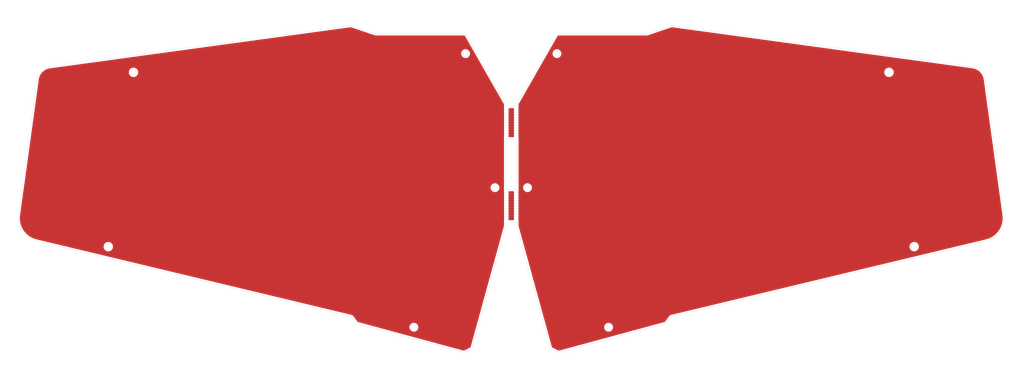
<source format=kicad_pcb>
(kicad_pcb (version 20211014) (generator pcbnew)
  (layers (0 "F.Cu" signal) (31 "B.Cu" signal) (34 "B.Paste" user) (35 "F.Paste" user) (36 "B.SilkS" user "B.Silkscreen") (37 "F.SilkS" user "F.Silkscreen") (38 "B.Mask" user) (39 "F.Mask" user) (44 "Edge.Cuts" user))
  (net 0 "")
  (footprint "e3w2q:mousebite" (layer "F.Cu") (at -2 58.017 -90)
    (fp_text reference "mousebite3" hide)
    (fp_text value "mousebite" hide)
    (pad "" np_thru_hole circle (at 7.5 -0.3 270) (size 0.6 0.6) (drill 0.6) (layers F&B.Cu *.Mask))
    (pad "" np_thru_hole circle (at 3.9 -0.3 270) (size 0.6 0.6) (drill 0.6) (layers F&B.Cu *.Mask))
    (pad "" np_thru_hole circle (at 0.3 -0.3 270) (size 0.6 0.6) (drill 0.6) (layers F&B.Cu *.Mask))
    (pad "" np_thru_hole circle (at 2.1 -0.3 270) (size 0.6 0.6) (drill 0.6) (layers F&B.Cu *.Mask))
    (pad "" np_thru_hole circle (at 4.8 -0.3 270) (size 0.6 0.6) (drill 0.6) (layers F&B.Cu *.Mask))
    (pad "" np_thru_hole circle (at 6.6 -0.3 270) (size 0.6 0.6) (drill 0.6) (layers F&B.Cu *.Mask))
    (pad "" np_thru_hole circle (at 1.2 -0.3 270) (size 0.6 0.6) (drill 0.6) (layers F&B.Cu *.Mask))
    (pad "" np_thru_hole circle (at 10.2 -0.3 270) (size 0.6 0.6) (drill 0.6) (layers F&B.Cu *.Mask))
    (pad "" np_thru_hole circle (at 9.3 -0.3 270) (size 0.6 0.6) (drill 0.6) (layers F&B.Cu *.Mask))
    (pad "" np_thru_hole circle (at 8.4 -0.3 270) (size 0.6 0.6) (drill 0.6) (layers F&B.Cu *.Mask))
    (pad "" np_thru_hole circle (at 3 -0.3 270) (size 0.6 0.6) (drill 0.6) (layers F&B.Cu *.Mask))
    (pad "" np_thru_hole circle (at 5.7 -0.3 270) (size 0.6 0.6) (drill 0.6) (layers F&B.Cu *.Mask))
  )
  (footprint "e3w2q:mousebite" (layer "F.Cu") (at -2 29.482 -90)
    (fp_text reference "mousebite1" hide)
    (fp_text value "mousebite" hide)
    (pad "" np_thru_hole circle (at 10.2 -0.3 270) (size 0.6 0.6) (drill 0.6) (layers F&B.Cu *.Mask))
    (pad "" np_thru_hole circle (at 8.4 -0.3 270) (size 0.6 0.6) (drill 0.6) (layers F&B.Cu *.Mask))
    (pad "" np_thru_hole circle (at 9.3 -0.3 270) (size 0.6 0.6) (drill 0.6) (layers F&B.Cu *.Mask))
    (pad "" np_thru_hole circle (at 6.6 -0.3 270) (size 0.6 0.6) (drill 0.6) (layers F&B.Cu *.Mask))
    (pad "" np_thru_hole circle (at 3.9 -0.3 270) (size 0.6 0.6) (drill 0.6) (layers F&B.Cu *.Mask))
    (pad "" np_thru_hole circle (at 7.5 -0.3 270) (size 0.6 0.6) (drill 0.6) (layers F&B.Cu *.Mask))
    (pad "" np_thru_hole circle (at 3 -0.3 270) (size 0.6 0.6) (drill 0.6) (layers F&B.Cu *.Mask))
    (pad "" np_thru_hole circle (at 5.7 -0.3 270) (size 0.6 0.6) (drill 0.6) (layers F&B.Cu *.Mask))
    (pad "" np_thru_hole circle (at 4.8 -0.3 270) (size 0.6 0.6) (drill 0.6) (layers F&B.Cu *.Mask))
    (pad "" np_thru_hole circle (at 0.3 -0.3 270) (size 0.6 0.6) (drill 0.6) (layers F&B.Cu *.Mask))
    (pad "" np_thru_hole circle (at 2.1 -0.3 270) (size 0.6 0.6) (drill 0.6) (layers F&B.Cu *.Mask))
    (pad "" np_thru_hole circle (at 1.2 -0.3 270) (size 0.6 0.6) (drill 0.6) (layers F&B.Cu *.Mask))
  )
  (footprint "e3w2q:mousebite" (layer "F.Cu") (at 1.4 58.017 -90)
    (fp_text reference "mousebite4" hide)
    (fp_text value "mousebite" hide)
    (pad "" np_thru_hole circle (at 1.2 -0.3 270) (size 0.6 0.6) (drill 0.6) (layers F&B.Cu *.Mask))
    (pad "" np_thru_hole circle (at 3 -0.3 270) (size 0.6 0.6) (drill 0.6) (layers F&B.Cu *.Mask))
    (pad "" np_thru_hole circle (at 2.1 -0.3 270) (size 0.6 0.6) (drill 0.6) (layers F&B.Cu *.Mask))
    (pad "" np_thru_hole circle (at 5.7 -0.3 270) (size 0.6 0.6) (drill 0.6) (layers F&B.Cu *.Mask))
    (pad "" np_thru_hole circle (at 7.5 -0.3 270) (size 0.6 0.6) (drill 0.6) (layers F&B.Cu *.Mask))
    (pad "" np_thru_hole circle (at 0.3 -0.3 270) (size 0.6 0.6) (drill 0.6) (layers F&B.Cu *.Mask))
    (pad "" np_thru_hole circle (at 4.8 -0.3 270) (size 0.6 0.6) (drill 0.6) (layers F&B.Cu *.Mask))
    (pad "" np_thru_hole circle (at 6.6 -0.3 270) (size 0.6 0.6) (drill 0.6) (layers F&B.Cu *.Mask))
    (pad "" np_thru_hole circle (at 3.9 -0.3 270) (size 0.6 0.6) (drill 0.6) (layers F&B.Cu *.Mask))
    (pad "" np_thru_hole circle (at 8.4 -0.3 270) (size 0.6 0.6) (drill 0.6) (layers F&B.Cu *.Mask))
    (pad "" np_thru_hole circle (at 9.3 -0.3 270) (size 0.6 0.6) (drill 0.6) (layers F&B.Cu *.Mask))
    (pad "" np_thru_hole circle (at 10.2 -0.3 270) (size 0.6 0.6) (drill 0.6) (layers F&B.Cu *.Mask))
  )
  (footprint "e3w2q:mousebite" (layer "F.Cu") (at 1.4 29.482 -90)
    (fp_text reference "mousebite2" hide)
    (fp_text value "mousebite" hide)
    (pad "" np_thru_hole circle (at 7.5 -0.3 270) (size 0.6 0.6) (drill 0.6) (layers F&B.Cu *.Mask))
    (pad "" np_thru_hole circle (at 2.1 -0.3 270) (size 0.6 0.6) (drill 0.6) (layers F&B.Cu *.Mask))
    (pad "" np_thru_hole circle (at 0.3 -0.3 270) (size 0.6 0.6) (drill 0.6) (layers F&B.Cu *.Mask))
    (pad "" np_thru_hole circle (at 10.2 -0.3 270) (size 0.6 0.6) (drill 0.6) (layers F&B.Cu *.Mask))
    (pad "" np_thru_hole circle (at 8.4 -0.3 270) (size 0.6 0.6) (drill 0.6) (layers F&B.Cu *.Mask))
    (pad "" np_thru_hole circle (at 6.6 -0.3 270) (size 0.6 0.6) (drill 0.6) (layers F&B.Cu *.Mask))
    (pad "" np_thru_hole circle (at 4.8 -0.3 270) (size 0.6 0.6) (drill 0.6) (layers F&B.Cu *.Mask))
    (pad "" np_thru_hole circle (at 9.3 -0.3 270) (size 0.6 0.6) (drill 0.6) (layers F&B.Cu *.Mask))
    (pad "" np_thru_hole circle (at 3.9 -0.3 270) (size 0.6 0.6) (drill 0.6) (layers F&B.Cu *.Mask))
    (pad "" np_thru_hole circle (at 5.7 -0.3 270) (size 0.6 0.6) (drill 0.6) (layers F&B.Cu *.Mask))
    (pad "" np_thru_hole circle (at 3 -0.3 270) (size 0.6 0.6) (drill 0.6) (layers F&B.Cu *.Mask))
    (pad "" np_thru_hole circle (at 1.2 -0.3 270) (size 0.6 0.6) (drill 0.6) (layers F&B.Cu *.Mask))
  )
  (gr_curve (pts (xy -1.999986 28.455412) (xy -1.999986 28.281629) (xy -2.045289 28.110838) (xy -2.131394 27.959878)) (layer "Edge.Cuts") (width 0.09))
  (gr_curve (pts (xy -2.035772 70.375183) (xy -2.012022 70.288819) (xy -1.999986 70.199656) (xy -1.999986 70.110083)) (layer "Edge.Cuts") (width 0.09))
  (gr_curve (pts (xy 55.094312 101.206592) (xy 55.094312 101.206592) (xy 163.072734 75.283303) (xy 163.072734 75.283303)) (layer "Edge.Cuts") (width 0.09))
  (gr_curve (pts (xy 2.000093 40.164926) (xy 2.000093 40.164926) (xy 2.000115 57.716998) (xy 2.000115 57.716998)) (layer "Edge.Cuts") (width 0.09))
  (gr_circle (center 138.33062 77.292745) (end 139.43062 77.292745) (layer "Edge.Cuts") (width 0.09) (fill none))
  (gr_curve (pts (xy 162.697649 19.759065) (xy 162.391401 17.537991) (xy 160.644049 15.792318) (xy 158.422651 15.488223)) (layer "Edge.Cuts") (width 0.09))
  (gr_curve (pts (xy -169.130094 66.411622) (xy -169.691925 70.486352) (xy -167.072253 74.323069) (xy -163.072626 75.283303)) (layer "Edge.Cuts") (width 0.09))
  (gr_curve (pts (xy 53.265117 103.315894) (xy 53.265117 103.315894) (xy 54.518851 101.591) (xy 54.518851 101.591)) (layer "Edge.Cuts") (width 0.09))
  (gr_curve (pts (xy -16.276935 4.182927) (xy -16.276935 4.182927) (xy -46.474144 4.182927) (xy -46.474144 4.182927)) (layer "Edge.Cuts") (width 0.09))
  (gr_curve (pts (xy 13.956512 112.478966) (xy 13.956512 112.478966) (xy 15.872502 113.435109) (xy 15.872502 113.435109)) (layer "Edge.Cuts") (width 0.09))
  (gr_curve (pts (xy 169.130202 66.411622) (xy 169.130202 66.411622) (xy 162.697649 19.759065) (xy 162.697649 19.759065)) (layer "Edge.Cuts") (width 0.09))
  (gr_curve (pts (xy 15.872502 113.435109) (xy 16.092063 113.544684) (xy 16.344244 113.569704) (xy 16.581072 113.50541)) (layer "Edge.Cuts") (width 0.09))
  (gr_curve (pts (xy -54.829276 1.412597) (xy -54.975886 1.363009) (xy -55.131992 1.34813) (xy -55.285321 1.369124)) (layer "Edge.Cuts") (width 0.09))
  (gr_circle (center -138.330516 77.292745) (end -137.230516 77.292745) (layer "Edge.Cuts") (width 0.09) (fill none))
  (gr_circle (center 5.58684 57.018427) (end 6.58684 57.018427) (layer "Edge.Cuts") (width 0.09) (fill none))
  (gr_curve (pts (xy 2.000093 28.455412) (xy 2.000093 28.455412) (xy 2.000093 29.16493) (xy 2.000093 29.16493)) (layer "Edge.Cuts") (width 0.09))
  (gr_curve (pts (xy -158.422544 15.488223) (xy -160.643941 15.792318) (xy -162.391294 17.537991) (xy -162.697541 19.759065)) (layer "Edge.Cuts") (width 0.09))
  (gr_curve (pts (xy 16.277043 4.182927) (xy 15.917934 4.182927) (xy 15.586409 4.375465) (xy 15.408448 4.687397)) (layer "Edge.Cuts") (width 0.09))
  (gr_curve (pts (xy -1.999986 70.110083) (xy -1.999986 70.110083) (xy -1.999986 68.716994) (xy -1.999986 68.716994)) (layer "Edge.Cuts") (width 0.09))
  (gr_curve (pts (xy 2.000093 29.16493) (xy 2.000093 29.16493) (xy -1.999986 29.16493) (xy -1.999986 29.16493)) (layer "Edge.Cuts") (width 0.09))
  (gr_curve (pts (xy -1.999986 68.716994) (xy -1.999986 68.716994) (xy 2.000115 68.716994) (xy 2.000115 68.716994)) (layer "Edge.Cuts") (width 0.09))
  (gr_curve (pts (xy -46.794538 4.130196) (xy -46.794538 4.130196) (xy -54.829276 1.412597) (xy -54.829276 1.412597)) (layer "Edge.Cuts") (width 0.09))
  (gr_circle (center -33.420324 104.992094) (end -32.420324 104.992094) (layer "Edge.Cuts") (width 0.09) (fill none))
  (gr_curve (pts (xy 54.829405 1.412597) (xy 54.829405 1.412597) (xy 46.794646 4.130196) (xy 46.794646 4.130196)) (layer "Edge.Cuts") (width 0.09))
  (gr_curve (pts (xy 16.581072 113.50541) (xy 16.581072 113.50541) (xy 52.718272 103.693003) (xy 52.718272 103.693003)) (layer "Edge.Cuts") (width 0.09))
  (gr_curve (pts (xy -1.999986 29.16493) (xy -1.999986 29.16493) (xy -1.999986 28.455412) (xy -1.999986 28.455412)) (layer "Edge.Cuts") (width 0.09))
  (gr_curve (pts (xy -15.40834 4.687397) (xy -15.586301 4.375465) (xy -15.917827 4.182927) (xy -16.276935 4.182927)) (layer "Edge.Cuts") (width 0.09))
  (gr_curve (pts (xy -53.265009 103.315894) (xy -53.131016 103.50025) (xy -52.938091 103.633295) (xy -52.718143 103.693003)) (layer "Edge.Cuts") (width 0.09))
  (gr_curve (pts (xy 158.422651 15.488223) (xy 158.422651 15.488223) (xy 55.285428 1.369124) (xy 55.285428 1.369124)) (layer "Edge.Cuts") (width 0.09))
  (gr_curve (pts (xy -46.474144 4.182927) (xy -46.583095 4.182927) (xy -46.691336 4.16512) (xy -46.794538 4.130196)) (layer "Edge.Cuts") (width 0.09))
  (gr_circle (center -15.684 10.941762) (end -14.684 10.941762) (layer "Edge.Cuts") (width 0.09) (fill none))
  (gr_curve (pts (xy -54.518744 101.591) (xy -54.518744 101.591) (xy -53.265009 103.315894) (xy -53.265009 103.315894)) (layer "Edge.Cuts") (width 0.09))
  (gr_curve (pts (xy -2.131394 27.959878) (xy -2.131394 27.959878) (xy -15.40834 4.687397) (xy -15.40834 4.687397)) (layer "Edge.Cuts") (width 0.09))
  (gr_curve (pts (xy -52.718143 103.693003) (xy -52.718143 103.693003) (xy -16.580965 113.50541) (xy -16.580965 113.50541)) (layer "Edge.Cuts") (width 0.09))
  (gr_circle (center 15.684 10.941762) (end 16.684 10.941762) (layer "Edge.Cuts") (width 0.09) (fill none))
  (gr_curve (pts (xy -1.999986 40.164926) (xy -1.999986 40.164926) (xy 2.000093 40.164926) (xy 2.000093 40.164926)) (layer "Edge.Cuts") (width 0.09))
  (gr_circle (center -5.586736 57.018427) (end -4.586736 57.018427) (layer "Edge.Cuts") (width 0.09) (fill none))
  (gr_curve (pts (xy -16.580965 113.50541) (xy -16.344136 113.569704) (xy -16.091955 113.544684) (xy -15.872395 113.435109)) (layer "Edge.Cuts") (width 0.09))
  (gr_curve (pts (xy 2.000115 70.110083) (xy 2.000115 70.199656) (xy 2.01213 70.288819) (xy 2.035879 70.375183)) (layer "Edge.Cuts") (width 0.09))
  (gr_curve (pts (xy 55.285428 1.369124) (xy 55.1321 1.34813) (xy 54.975994 1.363009) (xy 54.829405 1.412597)) (layer "Edge.Cuts") (width 0.09))
  (gr_curve (pts (xy 15.408448 4.687397) (xy 15.408448 4.687397) (xy 2.131524 27.959878) (xy 2.131524 27.959878)) (layer "Edge.Cuts") (width 0.09))
  (gr_curve (pts (xy 54.518851 101.591) (xy 54.658808 101.398462) (xy 54.862866 101.262144) (xy 55.094312 101.206592)) (layer "Edge.Cuts") (width 0.09))
  (gr_curve (pts (xy 46.474252 4.182927) (xy 46.474252 4.182927) (xy 16.277043 4.182927) (xy 16.277043 4.182927)) (layer "Edge.Cuts") (width 0.09))
  (gr_curve (pts (xy 2.000115 68.716994) (xy 2.000115 68.716994) (xy 2.000115 70.110083) (xy 2.000115 70.110083)) (layer "Edge.Cuts") (width 0.09))
  (gr_circle (center 129.682397 17.371) (end 130.782397 17.371) (layer "Edge.Cuts") (width 0.09) (fill none))
  (gr_circle (center 33.420428 104.992094) (end 34.420428 104.992094) (layer "Edge.Cuts") (width 0.09) (fill none))
  (gr_curve (pts (xy 163.072734 75.283303) (xy 167.07236 74.323069) (xy 169.692032 70.486352) (xy 169.130202 66.411622)) (layer "Edge.Cuts") (width 0.09))
  (gr_curve (pts (xy -163.072626 75.283303) (xy -163.072626 75.283303) (xy -55.094204 101.206592) (xy -55.094204 101.206592)) (layer "Edge.Cuts") (width 0.09))
  (gr_curve (pts (xy 46.794646 4.130196) (xy 46.691444 4.16512) (xy 46.583203 4.182927) (xy 46.474252 4.182927)) (layer "Edge.Cuts") (width 0.09))
  (gr_curve (pts (xy -1.999986 57.716998) (xy -1.999986 57.716998) (xy -1.999986 40.164926) (xy -1.999986 40.164926)) (layer "Edge.Cuts") (width 0.09))
  (gr_curve (pts (xy -13.438693 111.84931) (xy -13.438693 111.84931) (xy -2.035772 70.375183) (xy -2.035772 70.375183)) (layer "Edge.Cuts") (width 0.09))
  (gr_circle (center -129.682294 17.371) (end -128.582294 17.371) (layer "Edge.Cuts") (width 0.09) (fill none))
  (gr_curve (pts (xy 2.131524 27.959878) (xy 2.045396 28.110838) (xy 2.000093 28.281629) (xy 2.000093 28.455412)) (layer "Edge.Cuts") (width 0.09))
  (gr_curve (pts (xy -15.872395 113.435109) (xy -15.872395 113.435109) (xy -13.956405 112.478966) (xy -13.956405 112.478966)) (layer "Edge.Cuts") (width 0.09))
  (gr_curve (pts (xy 13.438801 111.84931) (xy 13.514119 112.123195) (xy 13.702351 112.352143) (xy 13.956512 112.478966)) (layer "Edge.Cuts") (width 0.09))
  (gr_curve (pts (xy -162.697541 19.759065) (xy -162.697541 19.759065) (xy -169.130094 66.411622) (xy -169.130094 66.411622)) (layer "Edge.Cuts") (width 0.09))
  (gr_curve (pts (xy -13.956405 112.478966) (xy -13.702243 112.352143) (xy -13.514011 112.123195) (xy -13.438693 111.84931)) (layer "Edge.Cuts") (width 0.09))
  (gr_curve (pts (xy -55.285321 1.369124) (xy -55.285321 1.369124) (xy -158.422544 15.488223) (xy -158.422544 15.488223)) (layer "Edge.Cuts") (width 0.09))
  (gr_curve (pts (xy 52.718272 103.693003) (xy 52.938199 103.633295) (xy 53.131124 103.50025) (xy 53.265117 103.315894)) (layer "Edge.Cuts") (width 0.09))
  (gr_curve (pts (xy -55.094204 101.206592) (xy -54.862758 101.262144) (xy -54.658701 101.398462) (xy -54.518744 101.591)) (layer "Edge.Cuts") (width 0.09))
  (gr_curve (pts (xy 2.000115 57.716998) (xy 2.000115 57.716998) (xy -1.999986 57.716998) (xy -1.999986 57.716998)) (layer "Edge.Cuts") (width 0.09))
  (gr_curve (pts (xy 2.035879 70.375183) (xy 2.035879 70.375183) (xy 13.438801 111.84931) (xy 13.438801 111.84931)) (layer "Edge.Cuts") (width 0.09))
  (zone (net 0) (net_name "") (layer "F.Cu") (connect_pads (clearance 0.508)) (min_thickness 0.254) (fill yes (thermal_gap 0.508) (thermal_bridge_width 0.508))
    (polygon (pts (xy 176.022 76.327) (xy 1.27 125.603) (xy -175.514 79.629) (xy -165.862 -0.508) (xy 164.719 -7.493)))
  )
)
</source>
